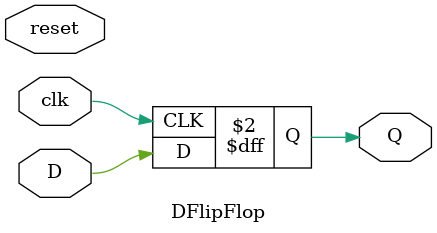
<source format=v>
module DFlipFlop(D,clk,reset,Q);
  input D;
  input clk;
  input reset;
  output  reg Q;
  
  always @(posedge clk)
    begin
      Q <= D; 
  end
  
endmodule 

</source>
